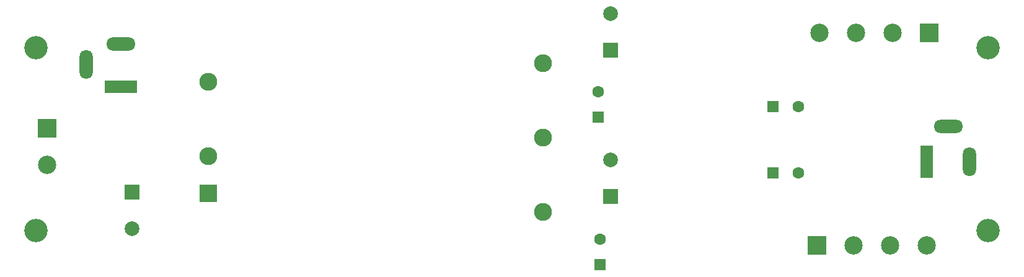
<source format=gbr>
%TF.GenerationSoftware,KiCad,Pcbnew,7.0.8*%
%TF.CreationDate,2023-10-16T07:21:23+01:00*%
%TF.ProjectId,SYNTH_PWR_MKII,53594e54-485f-4505-9752-5f4d4b49492e,1.0*%
%TF.SameCoordinates,Original*%
%TF.FileFunction,Soldermask,Bot*%
%TF.FilePolarity,Negative*%
%FSLAX46Y46*%
G04 Gerber Fmt 4.6, Leading zero omitted, Abs format (unit mm)*
G04 Created by KiCad (PCBNEW 7.0.8) date 2023-10-16 07:21:23*
%MOMM*%
%LPD*%
G01*
G04 APERTURE LIST*
G04 Aperture macros list*
%AMRoundRect*
0 Rectangle with rounded corners*
0 $1 Rounding radius*
0 $2 $3 $4 $5 $6 $7 $8 $9 X,Y pos of 4 corners*
0 Add a 4 corners polygon primitive as box body*
4,1,4,$2,$3,$4,$5,$6,$7,$8,$9,$2,$3,0*
0 Add four circle primitives for the rounded corners*
1,1,$1+$1,$2,$3*
1,1,$1+$1,$4,$5*
1,1,$1+$1,$6,$7*
1,1,$1+$1,$8,$9*
0 Add four rect primitives between the rounded corners*
20,1,$1+$1,$2,$3,$4,$5,0*
20,1,$1+$1,$4,$5,$6,$7,0*
20,1,$1+$1,$6,$7,$8,$9,0*
20,1,$1+$1,$8,$9,$2,$3,0*%
G04 Aperture macros list end*
%ADD10R,2.500000X2.500000*%
%ADD11C,2.500000*%
%ADD12R,1.600000X1.600000*%
%ADD13C,1.600000*%
%ADD14RoundRect,0.102000X-1.125000X-1.125000X1.125000X-1.125000X1.125000X1.125000X-1.125000X1.125000X0*%
%ADD15C,2.454000*%
%ADD16R,2.000000X2.000000*%
%ADD17C,2.000000*%
%ADD18C,3.200000*%
%ADD19R,1.800000X4.400000*%
%ADD20O,1.800000X4.000000*%
%ADD21O,4.000000X1.800000*%
%ADD22R,4.400000X1.800000*%
G04 APERTURE END LIST*
D10*
%TO.C,J2*%
X101500000Y-111000000D03*
D11*
X101500000Y-116000000D03*
%TD*%
D12*
%TO.C,C4*%
X176800000Y-109552651D03*
D13*
X176800000Y-106052651D03*
%TD*%
D14*
%TO.C,PS1*%
X123530000Y-119960000D03*
D15*
X123530000Y-114880000D03*
X123530000Y-104720000D03*
X169250000Y-102180000D03*
X169250000Y-112340000D03*
X169250000Y-122500000D03*
%TD*%
D16*
%TO.C,C2*%
X178500000Y-100367677D03*
D17*
X178500000Y-95367677D03*
%TD*%
D12*
%TO.C,C5*%
X200647349Y-108100000D03*
D13*
X204147349Y-108100000D03*
%TD*%
D18*
%TO.C,H4*%
X100000000Y-100000000D03*
%TD*%
D19*
%TO.C,J5*%
X221650000Y-115600000D03*
D20*
X227450000Y-115600000D03*
D21*
X224650000Y-110800000D03*
%TD*%
D12*
%TO.C,C8*%
X200647349Y-117100000D03*
D13*
X204147349Y-117100000D03*
%TD*%
D12*
%TO.C,C7*%
X177000000Y-129652651D03*
D13*
X177000000Y-126152651D03*
%TD*%
D16*
%TO.C,C1*%
X113100000Y-119732323D03*
D17*
X113100000Y-124732323D03*
%TD*%
D16*
%TO.C,C3*%
X178500000Y-120367677D03*
D17*
X178500000Y-115367677D03*
%TD*%
D18*
%TO.C,H2*%
X100000000Y-125000000D03*
%TD*%
%TO.C,H1*%
X230000000Y-125000000D03*
%TD*%
D10*
%TO.C,J4*%
X222000000Y-98000000D03*
D11*
X217000000Y-98000000D03*
X212000000Y-98000000D03*
X207000000Y-98000000D03*
%TD*%
D10*
%TO.C,J3*%
X206660000Y-127000000D03*
D11*
X211660000Y-127000000D03*
X216660000Y-127000000D03*
X221660000Y-127000000D03*
%TD*%
D22*
%TO.C,J1*%
X111600000Y-105350000D03*
D21*
X111600000Y-99550000D03*
D20*
X106800000Y-102350000D03*
%TD*%
D18*
%TO.C,H3*%
X230000000Y-100000000D03*
%TD*%
M02*

</source>
